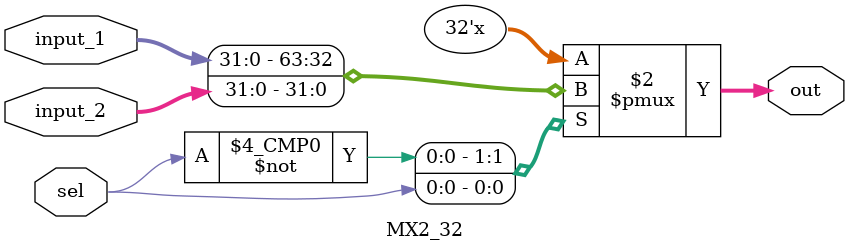
<source format=v>
module MX2_32(sel, input_1, input_2, out);

	// control input
	input sel;

	// signal inputs
	input [31:0] input_1;
	input [31:0] input_2;

	// signal output
	output reg [31:0] out;

	always @(sel, input_1, input_2) begin
		case(sel)
			0: out <= input_1;
			1: out <= input_2;
		endcase
	end
endmodule
</source>
